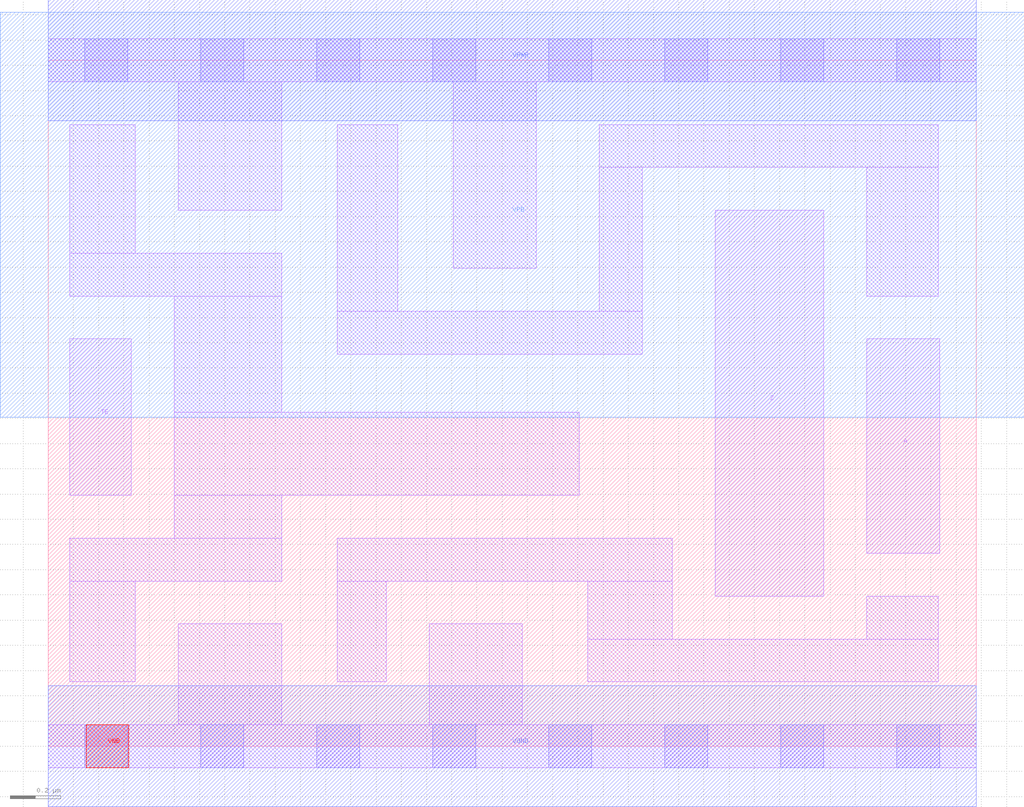
<source format=lef>
# Copyright 2020 The SkyWater PDK Authors
#
# Licensed under the Apache License, Version 2.0 (the "License");
# you may not use this file except in compliance with the License.
# You may obtain a copy of the License at
#
#     https://www.apache.org/licenses/LICENSE-2.0
#
# Unless required by applicable law or agreed to in writing, software
# distributed under the License is distributed on an "AS IS" BASIS,
# WITHOUT WARRANTIES OR CONDITIONS OF ANY KIND, either express or implied.
# See the License for the specific language governing permissions and
# limitations under the License.
#
# SPDX-License-Identifier: Apache-2.0

VERSION 5.7 ;
  NOWIREEXTENSIONATPIN ON ;
  DIVIDERCHAR "/" ;
  BUSBITCHARS "[]" ;
PROPERTYDEFINITIONS
  MACRO maskLayoutSubType STRING ;
  MACRO prCellType STRING ;
  MACRO originalViewName STRING ;
END PROPERTYDEFINITIONS
MACRO sky130_fd_sc_hdll__einvp_2
  CLASS CORE ;
  FOREIGN sky130_fd_sc_hdll__einvp_2 ;
  ORIGIN  0.000000  0.000000 ;
  SIZE  3.680000 BY  2.720000 ;
  SYMMETRY X Y R90 ;
  SITE unithd ;
  PIN A
    ANTENNAGATEAREA  0.555000 ;
    DIRECTION INPUT ;
    USE SIGNAL ;
    PORT
      LAYER li1 ;
        RECT 3.245000 0.765000 3.535000 1.615000 ;
    END
  END A
  PIN TE
    ANTENNAGATEAREA  0.373200 ;
    DIRECTION INPUT ;
    USE SIGNAL ;
    PORT
      LAYER li1 ;
        RECT 0.085000 0.995000 0.330000 1.615000 ;
    END
  END TE
  PIN VGND
    ANTENNADIFFAREA  0.410000 ;
    DIRECTION INOUT ;
    USE SIGNAL ;
    PORT
      LAYER met1 ;
        RECT 0.000000 -0.240000 3.680000 0.240000 ;
    END
  END VGND
  PIN VNB
    PORT
      LAYER pwell ;
        RECT 0.150000 -0.085000 0.320000 0.085000 ;
    END
  END VNB
  PIN VPB
    PORT
      LAYER nwell ;
        RECT -0.190000 1.305000 3.870000 2.910000 ;
    END
  END VPB
  PIN VPWR
    ANTENNADIFFAREA  0.445400 ;
    DIRECTION INOUT ;
    USE SIGNAL ;
    PORT
      LAYER met1 ;
        RECT 0.000000 2.480000 3.680000 2.960000 ;
    END
  END VPWR
  PIN Z
    ANTENNADIFFAREA  0.530500 ;
    DIRECTION OUTPUT ;
    USE SIGNAL ;
    PORT
      LAYER li1 ;
        RECT 2.645000 0.595000 3.075000 2.125000 ;
    END
  END Z
  OBS
    LAYER li1 ;
      RECT 0.000000 -0.085000 3.680000 0.085000 ;
      RECT 0.000000  2.635000 3.680000 2.805000 ;
      RECT 0.085000  0.255000 0.345000 0.655000 ;
      RECT 0.085000  0.655000 0.925000 0.825000 ;
      RECT 0.085000  1.785000 0.925000 1.955000 ;
      RECT 0.085000  1.955000 0.345000 2.465000 ;
      RECT 0.500000  0.825000 0.925000 0.995000 ;
      RECT 0.500000  0.995000 2.105000 1.325000 ;
      RECT 0.500000  1.325000 0.925000 1.785000 ;
      RECT 0.515000  0.085000 0.925000 0.485000 ;
      RECT 0.515000  2.125000 0.925000 2.635000 ;
      RECT 1.145000  0.255000 1.340000 0.655000 ;
      RECT 1.145000  0.655000 2.475000 0.825000 ;
      RECT 1.145000  1.555000 2.355000 1.725000 ;
      RECT 1.145000  1.725000 1.385000 2.465000 ;
      RECT 1.510000  0.085000 1.880000 0.485000 ;
      RECT 1.605000  1.895000 1.935000 2.635000 ;
      RECT 2.140000  0.255000 3.530000 0.425000 ;
      RECT 2.140000  0.425000 2.475000 0.655000 ;
      RECT 2.185000  1.725000 2.355000 2.295000 ;
      RECT 2.185000  2.295000 3.530000 2.465000 ;
      RECT 3.245000  0.425000 3.530000 0.595000 ;
      RECT 3.245000  1.785000 3.530000 2.295000 ;
    LAYER mcon ;
      RECT 0.145000 -0.085000 0.315000 0.085000 ;
      RECT 0.145000  2.635000 0.315000 2.805000 ;
      RECT 0.605000 -0.085000 0.775000 0.085000 ;
      RECT 0.605000  2.635000 0.775000 2.805000 ;
      RECT 1.065000 -0.085000 1.235000 0.085000 ;
      RECT 1.065000  2.635000 1.235000 2.805000 ;
      RECT 1.525000 -0.085000 1.695000 0.085000 ;
      RECT 1.525000  2.635000 1.695000 2.805000 ;
      RECT 1.985000 -0.085000 2.155000 0.085000 ;
      RECT 1.985000  2.635000 2.155000 2.805000 ;
      RECT 2.445000 -0.085000 2.615000 0.085000 ;
      RECT 2.445000  2.635000 2.615000 2.805000 ;
      RECT 2.905000 -0.085000 3.075000 0.085000 ;
      RECT 2.905000  2.635000 3.075000 2.805000 ;
      RECT 3.365000 -0.085000 3.535000 0.085000 ;
      RECT 3.365000  2.635000 3.535000 2.805000 ;
  END
  PROPERTY maskLayoutSubType "abstract" ;
  PROPERTY prCellType "standard" ;
  PROPERTY originalViewName "layout" ;
END sky130_fd_sc_hdll__einvp_2
END LIBRARY

</source>
